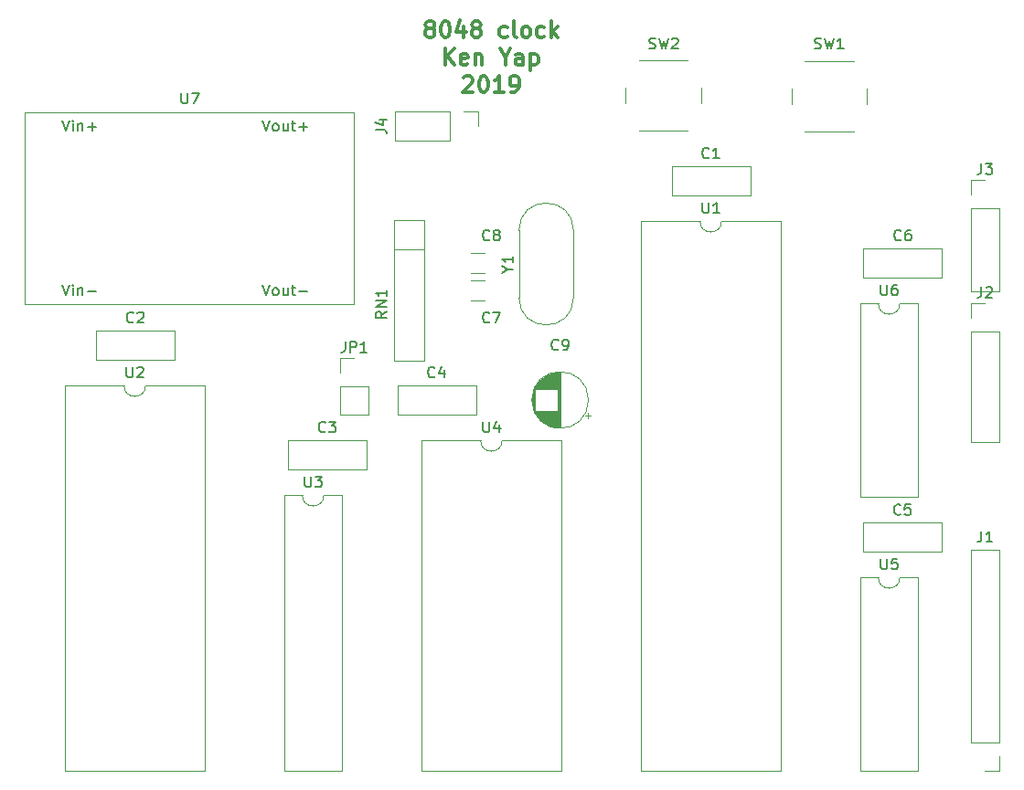
<source format=gto>
%TF.GenerationSoftware,KiCad,Pcbnew,5.1.2-5.1.2*%
%TF.CreationDate,2019-06-03T18:56:12+10:00*%
%TF.ProjectId,clock,636c6f63-6b2e-46b6-9963-61645f706362,1*%
%TF.SameCoordinates,Original*%
%TF.FileFunction,Legend,Top*%
%TF.FilePolarity,Positive*%
%FSLAX46Y46*%
G04 Gerber Fmt 4.6, Leading zero omitted, Abs format (unit mm)*
G04 Created by KiCad (PCBNEW 5.1.2-5.1.2) date 2019-06-03 18:56:12*
%MOMM*%
%LPD*%
G04 APERTURE LIST*
%ADD10C,0.300000*%
%ADD11C,0.120000*%
%ADD12C,0.150000*%
G04 APERTURE END LIST*
D10*
X217698571Y-16321428D02*
X217555714Y-16250000D01*
X217484285Y-16178571D01*
X217412857Y-16035714D01*
X217412857Y-15964285D01*
X217484285Y-15821428D01*
X217555714Y-15750000D01*
X217698571Y-15678571D01*
X217984285Y-15678571D01*
X218127142Y-15750000D01*
X218198571Y-15821428D01*
X218270000Y-15964285D01*
X218270000Y-16035714D01*
X218198571Y-16178571D01*
X218127142Y-16250000D01*
X217984285Y-16321428D01*
X217698571Y-16321428D01*
X217555714Y-16392857D01*
X217484285Y-16464285D01*
X217412857Y-16607142D01*
X217412857Y-16892857D01*
X217484285Y-17035714D01*
X217555714Y-17107142D01*
X217698571Y-17178571D01*
X217984285Y-17178571D01*
X218127142Y-17107142D01*
X218198571Y-17035714D01*
X218270000Y-16892857D01*
X218270000Y-16607142D01*
X218198571Y-16464285D01*
X218127142Y-16392857D01*
X217984285Y-16321428D01*
X219198571Y-15678571D02*
X219341428Y-15678571D01*
X219484285Y-15750000D01*
X219555714Y-15821428D01*
X219627142Y-15964285D01*
X219698571Y-16250000D01*
X219698571Y-16607142D01*
X219627142Y-16892857D01*
X219555714Y-17035714D01*
X219484285Y-17107142D01*
X219341428Y-17178571D01*
X219198571Y-17178571D01*
X219055714Y-17107142D01*
X218984285Y-17035714D01*
X218912857Y-16892857D01*
X218841428Y-16607142D01*
X218841428Y-16250000D01*
X218912857Y-15964285D01*
X218984285Y-15821428D01*
X219055714Y-15750000D01*
X219198571Y-15678571D01*
X220984285Y-16178571D02*
X220984285Y-17178571D01*
X220627142Y-15607142D02*
X220270000Y-16678571D01*
X221198571Y-16678571D01*
X221984285Y-16321428D02*
X221841428Y-16250000D01*
X221770000Y-16178571D01*
X221698571Y-16035714D01*
X221698571Y-15964285D01*
X221770000Y-15821428D01*
X221841428Y-15750000D01*
X221984285Y-15678571D01*
X222270000Y-15678571D01*
X222412857Y-15750000D01*
X222484285Y-15821428D01*
X222555714Y-15964285D01*
X222555714Y-16035714D01*
X222484285Y-16178571D01*
X222412857Y-16250000D01*
X222270000Y-16321428D01*
X221984285Y-16321428D01*
X221841428Y-16392857D01*
X221770000Y-16464285D01*
X221698571Y-16607142D01*
X221698571Y-16892857D01*
X221770000Y-17035714D01*
X221841428Y-17107142D01*
X221984285Y-17178571D01*
X222270000Y-17178571D01*
X222412857Y-17107142D01*
X222484285Y-17035714D01*
X222555714Y-16892857D01*
X222555714Y-16607142D01*
X222484285Y-16464285D01*
X222412857Y-16392857D01*
X222270000Y-16321428D01*
X224984285Y-17107142D02*
X224841428Y-17178571D01*
X224555714Y-17178571D01*
X224412857Y-17107142D01*
X224341428Y-17035714D01*
X224270000Y-16892857D01*
X224270000Y-16464285D01*
X224341428Y-16321428D01*
X224412857Y-16250000D01*
X224555714Y-16178571D01*
X224841428Y-16178571D01*
X224984285Y-16250000D01*
X225841428Y-17178571D02*
X225698571Y-17107142D01*
X225627142Y-16964285D01*
X225627142Y-15678571D01*
X226627142Y-17178571D02*
X226484285Y-17107142D01*
X226412857Y-17035714D01*
X226341428Y-16892857D01*
X226341428Y-16464285D01*
X226412857Y-16321428D01*
X226484285Y-16250000D01*
X226627142Y-16178571D01*
X226841428Y-16178571D01*
X226984285Y-16250000D01*
X227055714Y-16321428D01*
X227127142Y-16464285D01*
X227127142Y-16892857D01*
X227055714Y-17035714D01*
X226984285Y-17107142D01*
X226841428Y-17178571D01*
X226627142Y-17178571D01*
X228412857Y-17107142D02*
X228270000Y-17178571D01*
X227984285Y-17178571D01*
X227841428Y-17107142D01*
X227770000Y-17035714D01*
X227698571Y-16892857D01*
X227698571Y-16464285D01*
X227770000Y-16321428D01*
X227841428Y-16250000D01*
X227984285Y-16178571D01*
X228270000Y-16178571D01*
X228412857Y-16250000D01*
X229055714Y-17178571D02*
X229055714Y-15678571D01*
X229198571Y-16607142D02*
X229627142Y-17178571D01*
X229627142Y-16178571D02*
X229055714Y-16750000D01*
X219234285Y-19728571D02*
X219234285Y-18228571D01*
X220091428Y-19728571D02*
X219448571Y-18871428D01*
X220091428Y-18228571D02*
X219234285Y-19085714D01*
X221305714Y-19657142D02*
X221162857Y-19728571D01*
X220877142Y-19728571D01*
X220734285Y-19657142D01*
X220662857Y-19514285D01*
X220662857Y-18942857D01*
X220734285Y-18800000D01*
X220877142Y-18728571D01*
X221162857Y-18728571D01*
X221305714Y-18800000D01*
X221377142Y-18942857D01*
X221377142Y-19085714D01*
X220662857Y-19228571D01*
X222020000Y-18728571D02*
X222020000Y-19728571D01*
X222020000Y-18871428D02*
X222091428Y-18800000D01*
X222234285Y-18728571D01*
X222448571Y-18728571D01*
X222591428Y-18800000D01*
X222662857Y-18942857D01*
X222662857Y-19728571D01*
X224805714Y-19014285D02*
X224805714Y-19728571D01*
X224305714Y-18228571D02*
X224805714Y-19014285D01*
X225305714Y-18228571D01*
X226448571Y-19728571D02*
X226448571Y-18942857D01*
X226377142Y-18800000D01*
X226234285Y-18728571D01*
X225948571Y-18728571D01*
X225805714Y-18800000D01*
X226448571Y-19657142D02*
X226305714Y-19728571D01*
X225948571Y-19728571D01*
X225805714Y-19657142D01*
X225734285Y-19514285D01*
X225734285Y-19371428D01*
X225805714Y-19228571D01*
X225948571Y-19157142D01*
X226305714Y-19157142D01*
X226448571Y-19085714D01*
X227162857Y-18728571D02*
X227162857Y-20228571D01*
X227162857Y-18800000D02*
X227305714Y-18728571D01*
X227591428Y-18728571D01*
X227734285Y-18800000D01*
X227805714Y-18871428D01*
X227877142Y-19014285D01*
X227877142Y-19442857D01*
X227805714Y-19585714D01*
X227734285Y-19657142D01*
X227591428Y-19728571D01*
X227305714Y-19728571D01*
X227162857Y-19657142D01*
X220948571Y-20921428D02*
X221020000Y-20850000D01*
X221162857Y-20778571D01*
X221520000Y-20778571D01*
X221662857Y-20850000D01*
X221734285Y-20921428D01*
X221805714Y-21064285D01*
X221805714Y-21207142D01*
X221734285Y-21421428D01*
X220877142Y-22278571D01*
X221805714Y-22278571D01*
X222734285Y-20778571D02*
X222877142Y-20778571D01*
X223020000Y-20850000D01*
X223091428Y-20921428D01*
X223162857Y-21064285D01*
X223234285Y-21350000D01*
X223234285Y-21707142D01*
X223162857Y-21992857D01*
X223091428Y-22135714D01*
X223020000Y-22207142D01*
X222877142Y-22278571D01*
X222734285Y-22278571D01*
X222591428Y-22207142D01*
X222520000Y-22135714D01*
X222448571Y-21992857D01*
X222377142Y-21707142D01*
X222377142Y-21350000D01*
X222448571Y-21064285D01*
X222520000Y-20921428D01*
X222591428Y-20850000D01*
X222734285Y-20778571D01*
X224662857Y-22278571D02*
X223805714Y-22278571D01*
X224234285Y-22278571D02*
X224234285Y-20778571D01*
X224091428Y-20992857D01*
X223948571Y-21135714D01*
X223805714Y-21207142D01*
X225377142Y-22278571D02*
X225662857Y-22278571D01*
X225805714Y-22207142D01*
X225877142Y-22135714D01*
X226020000Y-21921428D01*
X226091428Y-21635714D01*
X226091428Y-21064285D01*
X226020000Y-20921428D01*
X225948571Y-20850000D01*
X225805714Y-20778571D01*
X225520000Y-20778571D01*
X225377142Y-20850000D01*
X225305714Y-20921428D01*
X225234285Y-21064285D01*
X225234285Y-21421428D01*
X225305714Y-21564285D01*
X225377142Y-21635714D01*
X225520000Y-21707142D01*
X225805714Y-21707142D01*
X225948571Y-21635714D01*
X226020000Y-21564285D01*
X226091428Y-21421428D01*
D11*
X231125000Y-35065000D02*
G75*
G03X226075000Y-35065000I-2525000J0D01*
G01*
X231125000Y-41315000D02*
G75*
G02X226075000Y-41315000I-2525000J0D01*
G01*
X231125000Y-41315000D02*
X231125000Y-35065000D01*
X226075000Y-41315000D02*
X226075000Y-35065000D01*
X267910000Y-30420000D02*
X269240000Y-30420000D01*
X267910000Y-31750000D02*
X267910000Y-30420000D01*
X267910000Y-33020000D02*
X270570000Y-33020000D01*
X270570000Y-33020000D02*
X270570000Y-40700000D01*
X267910000Y-33020000D02*
X267910000Y-40700000D01*
X267910000Y-40700000D02*
X270570000Y-40700000D01*
X222899000Y-37180000D02*
X221641000Y-37180000D01*
X222899000Y-39020000D02*
X221641000Y-39020000D01*
X222899000Y-39720000D02*
X221641000Y-39720000D01*
X222899000Y-41560000D02*
X221641000Y-41560000D01*
X267910000Y-41850000D02*
X269240000Y-41850000D01*
X267910000Y-43180000D02*
X267910000Y-41850000D01*
X267910000Y-44450000D02*
X270570000Y-44450000D01*
X270570000Y-44450000D02*
X270570000Y-54670000D01*
X267910000Y-44450000D02*
X267910000Y-54670000D01*
X267910000Y-54670000D02*
X270570000Y-54670000D01*
X180340000Y-41910000D02*
X180340000Y-24130000D01*
X181610000Y-41910000D02*
X180340000Y-41910000D01*
X210820000Y-41910000D02*
X181610000Y-41910000D01*
X210820000Y-24130000D02*
X210820000Y-41910000D01*
X180340000Y-24130000D02*
X210820000Y-24130000D01*
X265200000Y-36730000D02*
X265200000Y-39470000D01*
X257960000Y-36730000D02*
X257960000Y-39470000D01*
X257960000Y-39470000D02*
X265200000Y-39470000D01*
X257960000Y-36730000D02*
X265200000Y-36730000D01*
X265200000Y-62130000D02*
X265200000Y-64870000D01*
X257960000Y-62130000D02*
X257960000Y-64870000D01*
X257960000Y-64870000D02*
X265200000Y-64870000D01*
X257960000Y-62130000D02*
X265200000Y-62130000D01*
X214860000Y-52170000D02*
X214860000Y-49430000D01*
X222100000Y-52170000D02*
X222100000Y-49430000D01*
X222100000Y-49430000D02*
X214860000Y-49430000D01*
X222100000Y-52170000D02*
X214860000Y-52170000D01*
X204700000Y-57250000D02*
X204700000Y-54510000D01*
X211940000Y-57250000D02*
X211940000Y-54510000D01*
X211940000Y-54510000D02*
X204700000Y-54510000D01*
X211940000Y-57250000D02*
X204700000Y-57250000D01*
X240260000Y-31850000D02*
X240260000Y-29110000D01*
X247500000Y-31850000D02*
X247500000Y-29110000D01*
X247500000Y-29110000D02*
X240260000Y-29110000D01*
X247500000Y-31850000D02*
X240260000Y-31850000D01*
X186920000Y-47090000D02*
X186920000Y-44350000D01*
X194160000Y-47090000D02*
X194160000Y-44350000D01*
X194160000Y-44350000D02*
X186920000Y-44350000D01*
X194160000Y-47090000D02*
X186920000Y-47090000D01*
X232444775Y-52525000D02*
X232444775Y-52025000D01*
X232694775Y-52275000D02*
X232194775Y-52275000D01*
X227289000Y-51084000D02*
X227289000Y-50516000D01*
X227329000Y-51318000D02*
X227329000Y-50282000D01*
X227369000Y-51477000D02*
X227369000Y-50123000D01*
X227409000Y-51605000D02*
X227409000Y-49995000D01*
X227449000Y-51715000D02*
X227449000Y-49885000D01*
X227489000Y-51811000D02*
X227489000Y-49789000D01*
X227529000Y-51898000D02*
X227529000Y-49702000D01*
X227569000Y-51978000D02*
X227569000Y-49622000D01*
X227609000Y-49760000D02*
X227609000Y-49549000D01*
X227609000Y-52051000D02*
X227609000Y-51840000D01*
X227649000Y-49760000D02*
X227649000Y-49481000D01*
X227649000Y-52119000D02*
X227649000Y-51840000D01*
X227689000Y-49760000D02*
X227689000Y-49417000D01*
X227689000Y-52183000D02*
X227689000Y-51840000D01*
X227729000Y-49760000D02*
X227729000Y-49357000D01*
X227729000Y-52243000D02*
X227729000Y-51840000D01*
X227769000Y-49760000D02*
X227769000Y-49300000D01*
X227769000Y-52300000D02*
X227769000Y-51840000D01*
X227809000Y-49760000D02*
X227809000Y-49246000D01*
X227809000Y-52354000D02*
X227809000Y-51840000D01*
X227849000Y-49760000D02*
X227849000Y-49195000D01*
X227849000Y-52405000D02*
X227849000Y-51840000D01*
X227889000Y-49760000D02*
X227889000Y-49147000D01*
X227889000Y-52453000D02*
X227889000Y-51840000D01*
X227929000Y-49760000D02*
X227929000Y-49101000D01*
X227929000Y-52499000D02*
X227929000Y-51840000D01*
X227969000Y-49760000D02*
X227969000Y-49057000D01*
X227969000Y-52543000D02*
X227969000Y-51840000D01*
X228009000Y-49760000D02*
X228009000Y-49015000D01*
X228009000Y-52585000D02*
X228009000Y-51840000D01*
X228049000Y-49760000D02*
X228049000Y-48974000D01*
X228049000Y-52626000D02*
X228049000Y-51840000D01*
X228089000Y-49760000D02*
X228089000Y-48936000D01*
X228089000Y-52664000D02*
X228089000Y-51840000D01*
X228129000Y-49760000D02*
X228129000Y-48899000D01*
X228129000Y-52701000D02*
X228129000Y-51840000D01*
X228169000Y-49760000D02*
X228169000Y-48863000D01*
X228169000Y-52737000D02*
X228169000Y-51840000D01*
X228209000Y-49760000D02*
X228209000Y-48829000D01*
X228209000Y-52771000D02*
X228209000Y-51840000D01*
X228249000Y-49760000D02*
X228249000Y-48796000D01*
X228249000Y-52804000D02*
X228249000Y-51840000D01*
X228289000Y-49760000D02*
X228289000Y-48765000D01*
X228289000Y-52835000D02*
X228289000Y-51840000D01*
X228329000Y-49760000D02*
X228329000Y-48735000D01*
X228329000Y-52865000D02*
X228329000Y-51840000D01*
X228369000Y-49760000D02*
X228369000Y-48705000D01*
X228369000Y-52895000D02*
X228369000Y-51840000D01*
X228409000Y-49760000D02*
X228409000Y-48678000D01*
X228409000Y-52922000D02*
X228409000Y-51840000D01*
X228449000Y-49760000D02*
X228449000Y-48651000D01*
X228449000Y-52949000D02*
X228449000Y-51840000D01*
X228489000Y-49760000D02*
X228489000Y-48625000D01*
X228489000Y-52975000D02*
X228489000Y-51840000D01*
X228529000Y-49760000D02*
X228529000Y-48600000D01*
X228529000Y-53000000D02*
X228529000Y-51840000D01*
X228569000Y-49760000D02*
X228569000Y-48576000D01*
X228569000Y-53024000D02*
X228569000Y-51840000D01*
X228609000Y-49760000D02*
X228609000Y-48553000D01*
X228609000Y-53047000D02*
X228609000Y-51840000D01*
X228649000Y-49760000D02*
X228649000Y-48532000D01*
X228649000Y-53068000D02*
X228649000Y-51840000D01*
X228689000Y-49760000D02*
X228689000Y-48510000D01*
X228689000Y-53090000D02*
X228689000Y-51840000D01*
X228729000Y-49760000D02*
X228729000Y-48490000D01*
X228729000Y-53110000D02*
X228729000Y-51840000D01*
X228769000Y-49760000D02*
X228769000Y-48471000D01*
X228769000Y-53129000D02*
X228769000Y-51840000D01*
X228809000Y-49760000D02*
X228809000Y-48452000D01*
X228809000Y-53148000D02*
X228809000Y-51840000D01*
X228849000Y-49760000D02*
X228849000Y-48435000D01*
X228849000Y-53165000D02*
X228849000Y-51840000D01*
X228889000Y-49760000D02*
X228889000Y-48418000D01*
X228889000Y-53182000D02*
X228889000Y-51840000D01*
X228929000Y-49760000D02*
X228929000Y-48402000D01*
X228929000Y-53198000D02*
X228929000Y-51840000D01*
X228969000Y-49760000D02*
X228969000Y-48386000D01*
X228969000Y-53214000D02*
X228969000Y-51840000D01*
X229009000Y-49760000D02*
X229009000Y-48372000D01*
X229009000Y-53228000D02*
X229009000Y-51840000D01*
X229049000Y-49760000D02*
X229049000Y-48358000D01*
X229049000Y-53242000D02*
X229049000Y-51840000D01*
X229089000Y-49760000D02*
X229089000Y-48345000D01*
X229089000Y-53255000D02*
X229089000Y-51840000D01*
X229129000Y-49760000D02*
X229129000Y-48332000D01*
X229129000Y-53268000D02*
X229129000Y-51840000D01*
X229169000Y-49760000D02*
X229169000Y-48320000D01*
X229169000Y-53280000D02*
X229169000Y-51840000D01*
X229210000Y-49760000D02*
X229210000Y-48309000D01*
X229210000Y-53291000D02*
X229210000Y-51840000D01*
X229250000Y-49760000D02*
X229250000Y-48299000D01*
X229250000Y-53301000D02*
X229250000Y-51840000D01*
X229290000Y-49760000D02*
X229290000Y-48289000D01*
X229290000Y-53311000D02*
X229290000Y-51840000D01*
X229330000Y-49760000D02*
X229330000Y-48280000D01*
X229330000Y-53320000D02*
X229330000Y-51840000D01*
X229370000Y-49760000D02*
X229370000Y-48272000D01*
X229370000Y-53328000D02*
X229370000Y-51840000D01*
X229410000Y-49760000D02*
X229410000Y-48264000D01*
X229410000Y-53336000D02*
X229410000Y-51840000D01*
X229450000Y-49760000D02*
X229450000Y-48257000D01*
X229450000Y-53343000D02*
X229450000Y-51840000D01*
X229490000Y-49760000D02*
X229490000Y-48250000D01*
X229490000Y-53350000D02*
X229490000Y-51840000D01*
X229530000Y-49760000D02*
X229530000Y-48244000D01*
X229530000Y-53356000D02*
X229530000Y-51840000D01*
X229570000Y-49760000D02*
X229570000Y-48239000D01*
X229570000Y-53361000D02*
X229570000Y-51840000D01*
X229610000Y-49760000D02*
X229610000Y-48235000D01*
X229610000Y-53365000D02*
X229610000Y-51840000D01*
X229650000Y-49760000D02*
X229650000Y-48231000D01*
X229650000Y-53369000D02*
X229650000Y-51840000D01*
X229690000Y-53373000D02*
X229690000Y-48227000D01*
X229730000Y-53376000D02*
X229730000Y-48224000D01*
X229770000Y-53378000D02*
X229770000Y-48222000D01*
X229810000Y-53379000D02*
X229810000Y-48221000D01*
X229850000Y-53380000D02*
X229850000Y-48220000D01*
X229890000Y-53380000D02*
X229890000Y-48220000D01*
X232510000Y-50800000D02*
G75*
G03X232510000Y-50800000I-2620000J0D01*
G01*
X270570000Y-85150000D02*
X269240000Y-85150000D01*
X270570000Y-83820000D02*
X270570000Y-85150000D01*
X270570000Y-82550000D02*
X267910000Y-82550000D01*
X267910000Y-82550000D02*
X267910000Y-64710000D01*
X270570000Y-82550000D02*
X270570000Y-64710000D01*
X270570000Y-64710000D02*
X267910000Y-64710000D01*
X222310000Y-24070000D02*
X222310000Y-25400000D01*
X220980000Y-24070000D02*
X222310000Y-24070000D01*
X219710000Y-24070000D02*
X219710000Y-26730000D01*
X219710000Y-26730000D02*
X214570000Y-26730000D01*
X219710000Y-24070000D02*
X214570000Y-24070000D01*
X214570000Y-24070000D02*
X214570000Y-26730000D01*
X209490000Y-46930000D02*
X210820000Y-46930000D01*
X209490000Y-48260000D02*
X209490000Y-46930000D01*
X209490000Y-49530000D02*
X212150000Y-49530000D01*
X212150000Y-49530000D02*
X212150000Y-52130000D01*
X209490000Y-49530000D02*
X209490000Y-52130000D01*
X209490000Y-52130000D02*
X212150000Y-52130000D01*
X217300000Y-36830000D02*
X214500000Y-36830000D01*
X217300000Y-47160000D02*
X217300000Y-34120000D01*
X214500000Y-47160000D02*
X217300000Y-47160000D01*
X214500000Y-34120000D02*
X214500000Y-47160000D01*
X217300000Y-34120000D02*
X214500000Y-34120000D01*
X251314000Y-21892000D02*
X251314000Y-23392000D01*
X252564000Y-25892000D02*
X257064000Y-25892000D01*
X258314000Y-23392000D02*
X258314000Y-21892000D01*
X257064000Y-19392000D02*
X252564000Y-19392000D01*
X242970000Y-23320000D02*
X242970000Y-21820000D01*
X241720000Y-19320000D02*
X237220000Y-19320000D01*
X235970000Y-21820000D02*
X235970000Y-23320000D01*
X237220000Y-25820000D02*
X241720000Y-25820000D01*
X250300000Y-34230000D02*
X244840000Y-34230000D01*
X250300000Y-85150000D02*
X250300000Y-34230000D01*
X237380000Y-85150000D02*
X250300000Y-85150000D01*
X237380000Y-34230000D02*
X237380000Y-85150000D01*
X242840000Y-34230000D02*
X237380000Y-34230000D01*
X244840000Y-34230000D02*
G75*
G02X242840000Y-34230000I-1000000J0D01*
G01*
X196960000Y-49470000D02*
X191500000Y-49470000D01*
X196960000Y-85150000D02*
X196960000Y-49470000D01*
X184040000Y-85150000D02*
X196960000Y-85150000D01*
X184040000Y-49470000D02*
X184040000Y-85150000D01*
X189500000Y-49470000D02*
X184040000Y-49470000D01*
X191500000Y-49470000D02*
G75*
G02X189500000Y-49470000I-1000000J0D01*
G01*
X209660000Y-59630000D02*
X208010000Y-59630000D01*
X209660000Y-85150000D02*
X209660000Y-59630000D01*
X204360000Y-85150000D02*
X209660000Y-85150000D01*
X204360000Y-59630000D02*
X204360000Y-85150000D01*
X206010000Y-59630000D02*
X204360000Y-59630000D01*
X208010000Y-59630000D02*
G75*
G02X206010000Y-59630000I-1000000J0D01*
G01*
X229980000Y-54550000D02*
X224520000Y-54550000D01*
X229980000Y-85150000D02*
X229980000Y-54550000D01*
X217060000Y-85150000D02*
X229980000Y-85150000D01*
X217060000Y-54550000D02*
X217060000Y-85150000D01*
X222520000Y-54550000D02*
X217060000Y-54550000D01*
X224520000Y-54550000D02*
G75*
G02X222520000Y-54550000I-1000000J0D01*
G01*
X263000000Y-67250000D02*
X261350000Y-67250000D01*
X263000000Y-85150000D02*
X263000000Y-67250000D01*
X257700000Y-85150000D02*
X263000000Y-85150000D01*
X257700000Y-67250000D02*
X257700000Y-85150000D01*
X259350000Y-67250000D02*
X257700000Y-67250000D01*
X261350000Y-67250000D02*
G75*
G02X259350000Y-67250000I-1000000J0D01*
G01*
X263000000Y-41850000D02*
X261350000Y-41850000D01*
X263000000Y-59750000D02*
X263000000Y-41850000D01*
X257700000Y-59750000D02*
X263000000Y-59750000D01*
X257700000Y-41850000D02*
X257700000Y-59750000D01*
X259350000Y-41850000D02*
X257700000Y-41850000D01*
X261350000Y-41850000D02*
G75*
G02X259350000Y-41850000I-1000000J0D01*
G01*
D12*
X225051190Y-38666190D02*
X225527380Y-38666190D01*
X224527380Y-38999523D02*
X225051190Y-38666190D01*
X224527380Y-38332857D01*
X225527380Y-37475714D02*
X225527380Y-38047142D01*
X225527380Y-37761428D02*
X224527380Y-37761428D01*
X224670238Y-37856666D01*
X224765476Y-37951904D01*
X224813095Y-38047142D01*
X268906666Y-28872380D02*
X268906666Y-29586666D01*
X268859047Y-29729523D01*
X268763809Y-29824761D01*
X268620952Y-29872380D01*
X268525714Y-29872380D01*
X269287619Y-28872380D02*
X269906666Y-28872380D01*
X269573333Y-29253333D01*
X269716190Y-29253333D01*
X269811428Y-29300952D01*
X269859047Y-29348571D01*
X269906666Y-29443809D01*
X269906666Y-29681904D01*
X269859047Y-29777142D01*
X269811428Y-29824761D01*
X269716190Y-29872380D01*
X269430476Y-29872380D01*
X269335238Y-29824761D01*
X269287619Y-29777142D01*
X223353333Y-35917142D02*
X223305714Y-35964761D01*
X223162857Y-36012380D01*
X223067619Y-36012380D01*
X222924761Y-35964761D01*
X222829523Y-35869523D01*
X222781904Y-35774285D01*
X222734285Y-35583809D01*
X222734285Y-35440952D01*
X222781904Y-35250476D01*
X222829523Y-35155238D01*
X222924761Y-35060000D01*
X223067619Y-35012380D01*
X223162857Y-35012380D01*
X223305714Y-35060000D01*
X223353333Y-35107619D01*
X223924761Y-35440952D02*
X223829523Y-35393333D01*
X223781904Y-35345714D01*
X223734285Y-35250476D01*
X223734285Y-35202857D01*
X223781904Y-35107619D01*
X223829523Y-35060000D01*
X223924761Y-35012380D01*
X224115238Y-35012380D01*
X224210476Y-35060000D01*
X224258095Y-35107619D01*
X224305714Y-35202857D01*
X224305714Y-35250476D01*
X224258095Y-35345714D01*
X224210476Y-35393333D01*
X224115238Y-35440952D01*
X223924761Y-35440952D01*
X223829523Y-35488571D01*
X223781904Y-35536190D01*
X223734285Y-35631428D01*
X223734285Y-35821904D01*
X223781904Y-35917142D01*
X223829523Y-35964761D01*
X223924761Y-36012380D01*
X224115238Y-36012380D01*
X224210476Y-35964761D01*
X224258095Y-35917142D01*
X224305714Y-35821904D01*
X224305714Y-35631428D01*
X224258095Y-35536190D01*
X224210476Y-35488571D01*
X224115238Y-35440952D01*
X223353333Y-43537142D02*
X223305714Y-43584761D01*
X223162857Y-43632380D01*
X223067619Y-43632380D01*
X222924761Y-43584761D01*
X222829523Y-43489523D01*
X222781904Y-43394285D01*
X222734285Y-43203809D01*
X222734285Y-43060952D01*
X222781904Y-42870476D01*
X222829523Y-42775238D01*
X222924761Y-42680000D01*
X223067619Y-42632380D01*
X223162857Y-42632380D01*
X223305714Y-42680000D01*
X223353333Y-42727619D01*
X223686666Y-42632380D02*
X224353333Y-42632380D01*
X223924761Y-43632380D01*
X268906666Y-40302380D02*
X268906666Y-41016666D01*
X268859047Y-41159523D01*
X268763809Y-41254761D01*
X268620952Y-41302380D01*
X268525714Y-41302380D01*
X269335238Y-40397619D02*
X269382857Y-40350000D01*
X269478095Y-40302380D01*
X269716190Y-40302380D01*
X269811428Y-40350000D01*
X269859047Y-40397619D01*
X269906666Y-40492857D01*
X269906666Y-40588095D01*
X269859047Y-40730952D01*
X269287619Y-41302380D01*
X269906666Y-41302380D01*
X194818095Y-22312380D02*
X194818095Y-23121904D01*
X194865714Y-23217142D01*
X194913333Y-23264761D01*
X195008571Y-23312380D01*
X195199047Y-23312380D01*
X195294285Y-23264761D01*
X195341904Y-23217142D01*
X195389523Y-23121904D01*
X195389523Y-22312380D01*
X195770476Y-22312380D02*
X196437142Y-22312380D01*
X196008571Y-23312380D01*
X202327142Y-40092380D02*
X202660476Y-41092380D01*
X202993809Y-40092380D01*
X203470000Y-41092380D02*
X203374761Y-41044761D01*
X203327142Y-40997142D01*
X203279523Y-40901904D01*
X203279523Y-40616190D01*
X203327142Y-40520952D01*
X203374761Y-40473333D01*
X203470000Y-40425714D01*
X203612857Y-40425714D01*
X203708095Y-40473333D01*
X203755714Y-40520952D01*
X203803333Y-40616190D01*
X203803333Y-40901904D01*
X203755714Y-40997142D01*
X203708095Y-41044761D01*
X203612857Y-41092380D01*
X203470000Y-41092380D01*
X204660476Y-40425714D02*
X204660476Y-41092380D01*
X204231904Y-40425714D02*
X204231904Y-40949523D01*
X204279523Y-41044761D01*
X204374761Y-41092380D01*
X204517619Y-41092380D01*
X204612857Y-41044761D01*
X204660476Y-40997142D01*
X204993809Y-40425714D02*
X205374761Y-40425714D01*
X205136666Y-40092380D02*
X205136666Y-40949523D01*
X205184285Y-41044761D01*
X205279523Y-41092380D01*
X205374761Y-41092380D01*
X205708095Y-40711428D02*
X206470000Y-40711428D01*
X202327142Y-24852380D02*
X202660476Y-25852380D01*
X202993809Y-24852380D01*
X203470000Y-25852380D02*
X203374761Y-25804761D01*
X203327142Y-25757142D01*
X203279523Y-25661904D01*
X203279523Y-25376190D01*
X203327142Y-25280952D01*
X203374761Y-25233333D01*
X203470000Y-25185714D01*
X203612857Y-25185714D01*
X203708095Y-25233333D01*
X203755714Y-25280952D01*
X203803333Y-25376190D01*
X203803333Y-25661904D01*
X203755714Y-25757142D01*
X203708095Y-25804761D01*
X203612857Y-25852380D01*
X203470000Y-25852380D01*
X204660476Y-25185714D02*
X204660476Y-25852380D01*
X204231904Y-25185714D02*
X204231904Y-25709523D01*
X204279523Y-25804761D01*
X204374761Y-25852380D01*
X204517619Y-25852380D01*
X204612857Y-25804761D01*
X204660476Y-25757142D01*
X204993809Y-25185714D02*
X205374761Y-25185714D01*
X205136666Y-24852380D02*
X205136666Y-25709523D01*
X205184285Y-25804761D01*
X205279523Y-25852380D01*
X205374761Y-25852380D01*
X205708095Y-25471428D02*
X206470000Y-25471428D01*
X206089047Y-25852380D02*
X206089047Y-25090476D01*
X183777142Y-24852380D02*
X184110476Y-25852380D01*
X184443809Y-24852380D01*
X184777142Y-25852380D02*
X184777142Y-25185714D01*
X184777142Y-24852380D02*
X184729523Y-24900000D01*
X184777142Y-24947619D01*
X184824761Y-24900000D01*
X184777142Y-24852380D01*
X184777142Y-24947619D01*
X185253333Y-25185714D02*
X185253333Y-25852380D01*
X185253333Y-25280952D02*
X185300952Y-25233333D01*
X185396190Y-25185714D01*
X185539047Y-25185714D01*
X185634285Y-25233333D01*
X185681904Y-25328571D01*
X185681904Y-25852380D01*
X186158095Y-25471428D02*
X186920000Y-25471428D01*
X186539047Y-25852380D02*
X186539047Y-25090476D01*
X183777142Y-40092380D02*
X184110476Y-41092380D01*
X184443809Y-40092380D01*
X184777142Y-41092380D02*
X184777142Y-40425714D01*
X184777142Y-40092380D02*
X184729523Y-40140000D01*
X184777142Y-40187619D01*
X184824761Y-40140000D01*
X184777142Y-40092380D01*
X184777142Y-40187619D01*
X185253333Y-40425714D02*
X185253333Y-41092380D01*
X185253333Y-40520952D02*
X185300952Y-40473333D01*
X185396190Y-40425714D01*
X185539047Y-40425714D01*
X185634285Y-40473333D01*
X185681904Y-40568571D01*
X185681904Y-41092380D01*
X186158095Y-40711428D02*
X186920000Y-40711428D01*
X261453333Y-35917142D02*
X261405714Y-35964761D01*
X261262857Y-36012380D01*
X261167619Y-36012380D01*
X261024761Y-35964761D01*
X260929523Y-35869523D01*
X260881904Y-35774285D01*
X260834285Y-35583809D01*
X260834285Y-35440952D01*
X260881904Y-35250476D01*
X260929523Y-35155238D01*
X261024761Y-35060000D01*
X261167619Y-35012380D01*
X261262857Y-35012380D01*
X261405714Y-35060000D01*
X261453333Y-35107619D01*
X262310476Y-35012380D02*
X262120000Y-35012380D01*
X262024761Y-35060000D01*
X261977142Y-35107619D01*
X261881904Y-35250476D01*
X261834285Y-35440952D01*
X261834285Y-35821904D01*
X261881904Y-35917142D01*
X261929523Y-35964761D01*
X262024761Y-36012380D01*
X262215238Y-36012380D01*
X262310476Y-35964761D01*
X262358095Y-35917142D01*
X262405714Y-35821904D01*
X262405714Y-35583809D01*
X262358095Y-35488571D01*
X262310476Y-35440952D01*
X262215238Y-35393333D01*
X262024761Y-35393333D01*
X261929523Y-35440952D01*
X261881904Y-35488571D01*
X261834285Y-35583809D01*
X261413333Y-61357142D02*
X261365714Y-61404761D01*
X261222857Y-61452380D01*
X261127619Y-61452380D01*
X260984761Y-61404761D01*
X260889523Y-61309523D01*
X260841904Y-61214285D01*
X260794285Y-61023809D01*
X260794285Y-60880952D01*
X260841904Y-60690476D01*
X260889523Y-60595238D01*
X260984761Y-60500000D01*
X261127619Y-60452380D01*
X261222857Y-60452380D01*
X261365714Y-60500000D01*
X261413333Y-60547619D01*
X262318095Y-60452380D02*
X261841904Y-60452380D01*
X261794285Y-60928571D01*
X261841904Y-60880952D01*
X261937142Y-60833333D01*
X262175238Y-60833333D01*
X262270476Y-60880952D01*
X262318095Y-60928571D01*
X262365714Y-61023809D01*
X262365714Y-61261904D01*
X262318095Y-61357142D01*
X262270476Y-61404761D01*
X262175238Y-61452380D01*
X261937142Y-61452380D01*
X261841904Y-61404761D01*
X261794285Y-61357142D01*
X218273333Y-48617142D02*
X218225714Y-48664761D01*
X218082857Y-48712380D01*
X217987619Y-48712380D01*
X217844761Y-48664761D01*
X217749523Y-48569523D01*
X217701904Y-48474285D01*
X217654285Y-48283809D01*
X217654285Y-48140952D01*
X217701904Y-47950476D01*
X217749523Y-47855238D01*
X217844761Y-47760000D01*
X217987619Y-47712380D01*
X218082857Y-47712380D01*
X218225714Y-47760000D01*
X218273333Y-47807619D01*
X219130476Y-48045714D02*
X219130476Y-48712380D01*
X218892380Y-47664761D02*
X218654285Y-48379047D01*
X219273333Y-48379047D01*
X208153333Y-53697142D02*
X208105714Y-53744761D01*
X207962857Y-53792380D01*
X207867619Y-53792380D01*
X207724761Y-53744761D01*
X207629523Y-53649523D01*
X207581904Y-53554285D01*
X207534285Y-53363809D01*
X207534285Y-53220952D01*
X207581904Y-53030476D01*
X207629523Y-52935238D01*
X207724761Y-52840000D01*
X207867619Y-52792380D01*
X207962857Y-52792380D01*
X208105714Y-52840000D01*
X208153333Y-52887619D01*
X208486666Y-52792380D02*
X209105714Y-52792380D01*
X208772380Y-53173333D01*
X208915238Y-53173333D01*
X209010476Y-53220952D01*
X209058095Y-53268571D01*
X209105714Y-53363809D01*
X209105714Y-53601904D01*
X209058095Y-53697142D01*
X209010476Y-53744761D01*
X208915238Y-53792380D01*
X208629523Y-53792380D01*
X208534285Y-53744761D01*
X208486666Y-53697142D01*
X243673333Y-28297142D02*
X243625714Y-28344761D01*
X243482857Y-28392380D01*
X243387619Y-28392380D01*
X243244761Y-28344761D01*
X243149523Y-28249523D01*
X243101904Y-28154285D01*
X243054285Y-27963809D01*
X243054285Y-27820952D01*
X243101904Y-27630476D01*
X243149523Y-27535238D01*
X243244761Y-27440000D01*
X243387619Y-27392380D01*
X243482857Y-27392380D01*
X243625714Y-27440000D01*
X243673333Y-27487619D01*
X244625714Y-28392380D02*
X244054285Y-28392380D01*
X244340000Y-28392380D02*
X244340000Y-27392380D01*
X244244761Y-27535238D01*
X244149523Y-27630476D01*
X244054285Y-27678095D01*
X190373333Y-43537142D02*
X190325714Y-43584761D01*
X190182857Y-43632380D01*
X190087619Y-43632380D01*
X189944761Y-43584761D01*
X189849523Y-43489523D01*
X189801904Y-43394285D01*
X189754285Y-43203809D01*
X189754285Y-43060952D01*
X189801904Y-42870476D01*
X189849523Y-42775238D01*
X189944761Y-42680000D01*
X190087619Y-42632380D01*
X190182857Y-42632380D01*
X190325714Y-42680000D01*
X190373333Y-42727619D01*
X190754285Y-42727619D02*
X190801904Y-42680000D01*
X190897142Y-42632380D01*
X191135238Y-42632380D01*
X191230476Y-42680000D01*
X191278095Y-42727619D01*
X191325714Y-42822857D01*
X191325714Y-42918095D01*
X191278095Y-43060952D01*
X190706666Y-43632380D01*
X191325714Y-43632380D01*
X229723333Y-46077142D02*
X229675714Y-46124761D01*
X229532857Y-46172380D01*
X229437619Y-46172380D01*
X229294761Y-46124761D01*
X229199523Y-46029523D01*
X229151904Y-45934285D01*
X229104285Y-45743809D01*
X229104285Y-45600952D01*
X229151904Y-45410476D01*
X229199523Y-45315238D01*
X229294761Y-45220000D01*
X229437619Y-45172380D01*
X229532857Y-45172380D01*
X229675714Y-45220000D01*
X229723333Y-45267619D01*
X230199523Y-46172380D02*
X230390000Y-46172380D01*
X230485238Y-46124761D01*
X230532857Y-46077142D01*
X230628095Y-45934285D01*
X230675714Y-45743809D01*
X230675714Y-45362857D01*
X230628095Y-45267619D01*
X230580476Y-45220000D01*
X230485238Y-45172380D01*
X230294761Y-45172380D01*
X230199523Y-45220000D01*
X230151904Y-45267619D01*
X230104285Y-45362857D01*
X230104285Y-45600952D01*
X230151904Y-45696190D01*
X230199523Y-45743809D01*
X230294761Y-45791428D01*
X230485238Y-45791428D01*
X230580476Y-45743809D01*
X230628095Y-45696190D01*
X230675714Y-45600952D01*
X268906666Y-62952380D02*
X268906666Y-63666666D01*
X268859047Y-63809523D01*
X268763809Y-63904761D01*
X268620952Y-63952380D01*
X268525714Y-63952380D01*
X269906666Y-63952380D02*
X269335238Y-63952380D01*
X269620952Y-63952380D02*
X269620952Y-62952380D01*
X269525714Y-63095238D01*
X269430476Y-63190476D01*
X269335238Y-63238095D01*
X212812380Y-25733333D02*
X213526666Y-25733333D01*
X213669523Y-25780952D01*
X213764761Y-25876190D01*
X213812380Y-26019047D01*
X213812380Y-26114285D01*
X213145714Y-24828571D02*
X213812380Y-24828571D01*
X212764761Y-25066666D02*
X213479047Y-25304761D01*
X213479047Y-24685714D01*
X209986666Y-45382380D02*
X209986666Y-46096666D01*
X209939047Y-46239523D01*
X209843809Y-46334761D01*
X209700952Y-46382380D01*
X209605714Y-46382380D01*
X210462857Y-46382380D02*
X210462857Y-45382380D01*
X210843809Y-45382380D01*
X210939047Y-45430000D01*
X210986666Y-45477619D01*
X211034285Y-45572857D01*
X211034285Y-45715714D01*
X210986666Y-45810952D01*
X210939047Y-45858571D01*
X210843809Y-45906190D01*
X210462857Y-45906190D01*
X211986666Y-46382380D02*
X211415238Y-46382380D01*
X211700952Y-46382380D02*
X211700952Y-45382380D01*
X211605714Y-45525238D01*
X211510476Y-45620476D01*
X211415238Y-45668095D01*
X213812380Y-42600476D02*
X213336190Y-42933809D01*
X213812380Y-43171904D02*
X212812380Y-43171904D01*
X212812380Y-42790952D01*
X212860000Y-42695714D01*
X212907619Y-42648095D01*
X213002857Y-42600476D01*
X213145714Y-42600476D01*
X213240952Y-42648095D01*
X213288571Y-42695714D01*
X213336190Y-42790952D01*
X213336190Y-43171904D01*
X213812380Y-42171904D02*
X212812380Y-42171904D01*
X213812380Y-41600476D01*
X212812380Y-41600476D01*
X213812380Y-40600476D02*
X213812380Y-41171904D01*
X213812380Y-40886190D02*
X212812380Y-40886190D01*
X212955238Y-40981428D01*
X213050476Y-41076666D01*
X213098095Y-41171904D01*
X253480666Y-18184761D02*
X253623523Y-18232380D01*
X253861619Y-18232380D01*
X253956857Y-18184761D01*
X254004476Y-18137142D01*
X254052095Y-18041904D01*
X254052095Y-17946666D01*
X254004476Y-17851428D01*
X253956857Y-17803809D01*
X253861619Y-17756190D01*
X253671142Y-17708571D01*
X253575904Y-17660952D01*
X253528285Y-17613333D01*
X253480666Y-17518095D01*
X253480666Y-17422857D01*
X253528285Y-17327619D01*
X253575904Y-17280000D01*
X253671142Y-17232380D01*
X253909238Y-17232380D01*
X254052095Y-17280000D01*
X254385428Y-17232380D02*
X254623523Y-18232380D01*
X254814000Y-17518095D01*
X255004476Y-18232380D01*
X255242571Y-17232380D01*
X256147333Y-18232380D02*
X255575904Y-18232380D01*
X255861619Y-18232380D02*
X255861619Y-17232380D01*
X255766380Y-17375238D01*
X255671142Y-17470476D01*
X255575904Y-17518095D01*
X238136666Y-18184761D02*
X238279523Y-18232380D01*
X238517619Y-18232380D01*
X238612857Y-18184761D01*
X238660476Y-18137142D01*
X238708095Y-18041904D01*
X238708095Y-17946666D01*
X238660476Y-17851428D01*
X238612857Y-17803809D01*
X238517619Y-17756190D01*
X238327142Y-17708571D01*
X238231904Y-17660952D01*
X238184285Y-17613333D01*
X238136666Y-17518095D01*
X238136666Y-17422857D01*
X238184285Y-17327619D01*
X238231904Y-17280000D01*
X238327142Y-17232380D01*
X238565238Y-17232380D01*
X238708095Y-17280000D01*
X239041428Y-17232380D02*
X239279523Y-18232380D01*
X239470000Y-17518095D01*
X239660476Y-18232380D01*
X239898571Y-17232380D01*
X240231904Y-17327619D02*
X240279523Y-17280000D01*
X240374761Y-17232380D01*
X240612857Y-17232380D01*
X240708095Y-17280000D01*
X240755714Y-17327619D01*
X240803333Y-17422857D01*
X240803333Y-17518095D01*
X240755714Y-17660952D01*
X240184285Y-18232380D01*
X240803333Y-18232380D01*
X243078095Y-32472380D02*
X243078095Y-33281904D01*
X243125714Y-33377142D01*
X243173333Y-33424761D01*
X243268571Y-33472380D01*
X243459047Y-33472380D01*
X243554285Y-33424761D01*
X243601904Y-33377142D01*
X243649523Y-33281904D01*
X243649523Y-32472380D01*
X244649523Y-33472380D02*
X244078095Y-33472380D01*
X244363809Y-33472380D02*
X244363809Y-32472380D01*
X244268571Y-32615238D01*
X244173333Y-32710476D01*
X244078095Y-32758095D01*
X189738095Y-47712380D02*
X189738095Y-48521904D01*
X189785714Y-48617142D01*
X189833333Y-48664761D01*
X189928571Y-48712380D01*
X190119047Y-48712380D01*
X190214285Y-48664761D01*
X190261904Y-48617142D01*
X190309523Y-48521904D01*
X190309523Y-47712380D01*
X190738095Y-47807619D02*
X190785714Y-47760000D01*
X190880952Y-47712380D01*
X191119047Y-47712380D01*
X191214285Y-47760000D01*
X191261904Y-47807619D01*
X191309523Y-47902857D01*
X191309523Y-47998095D01*
X191261904Y-48140952D01*
X190690476Y-48712380D01*
X191309523Y-48712380D01*
X206248095Y-57872380D02*
X206248095Y-58681904D01*
X206295714Y-58777142D01*
X206343333Y-58824761D01*
X206438571Y-58872380D01*
X206629047Y-58872380D01*
X206724285Y-58824761D01*
X206771904Y-58777142D01*
X206819523Y-58681904D01*
X206819523Y-57872380D01*
X207200476Y-57872380D02*
X207819523Y-57872380D01*
X207486190Y-58253333D01*
X207629047Y-58253333D01*
X207724285Y-58300952D01*
X207771904Y-58348571D01*
X207819523Y-58443809D01*
X207819523Y-58681904D01*
X207771904Y-58777142D01*
X207724285Y-58824761D01*
X207629047Y-58872380D01*
X207343333Y-58872380D01*
X207248095Y-58824761D01*
X207200476Y-58777142D01*
X222758095Y-52792380D02*
X222758095Y-53601904D01*
X222805714Y-53697142D01*
X222853333Y-53744761D01*
X222948571Y-53792380D01*
X223139047Y-53792380D01*
X223234285Y-53744761D01*
X223281904Y-53697142D01*
X223329523Y-53601904D01*
X223329523Y-52792380D01*
X224234285Y-53125714D02*
X224234285Y-53792380D01*
X223996190Y-52744761D02*
X223758095Y-53459047D01*
X224377142Y-53459047D01*
X259588095Y-65492380D02*
X259588095Y-66301904D01*
X259635714Y-66397142D01*
X259683333Y-66444761D01*
X259778571Y-66492380D01*
X259969047Y-66492380D01*
X260064285Y-66444761D01*
X260111904Y-66397142D01*
X260159523Y-66301904D01*
X260159523Y-65492380D01*
X261111904Y-65492380D02*
X260635714Y-65492380D01*
X260588095Y-65968571D01*
X260635714Y-65920952D01*
X260730952Y-65873333D01*
X260969047Y-65873333D01*
X261064285Y-65920952D01*
X261111904Y-65968571D01*
X261159523Y-66063809D01*
X261159523Y-66301904D01*
X261111904Y-66397142D01*
X261064285Y-66444761D01*
X260969047Y-66492380D01*
X260730952Y-66492380D01*
X260635714Y-66444761D01*
X260588095Y-66397142D01*
X259588095Y-40092380D02*
X259588095Y-40901904D01*
X259635714Y-40997142D01*
X259683333Y-41044761D01*
X259778571Y-41092380D01*
X259969047Y-41092380D01*
X260064285Y-41044761D01*
X260111904Y-40997142D01*
X260159523Y-40901904D01*
X260159523Y-40092380D01*
X261064285Y-40092380D02*
X260873809Y-40092380D01*
X260778571Y-40140000D01*
X260730952Y-40187619D01*
X260635714Y-40330476D01*
X260588095Y-40520952D01*
X260588095Y-40901904D01*
X260635714Y-40997142D01*
X260683333Y-41044761D01*
X260778571Y-41092380D01*
X260969047Y-41092380D01*
X261064285Y-41044761D01*
X261111904Y-40997142D01*
X261159523Y-40901904D01*
X261159523Y-40663809D01*
X261111904Y-40568571D01*
X261064285Y-40520952D01*
X260969047Y-40473333D01*
X260778571Y-40473333D01*
X260683333Y-40520952D01*
X260635714Y-40568571D01*
X260588095Y-40663809D01*
M02*

</source>
